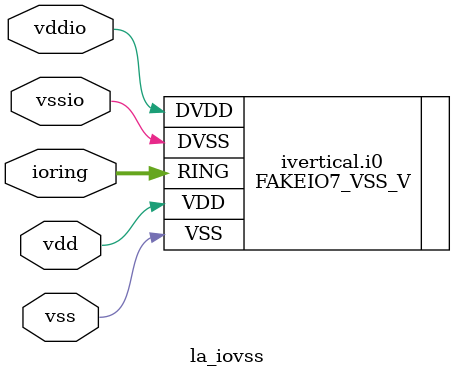
<source format=v>
/*****************************************************************************
 * Function: Core Ground IO Cell
 * Copyright: Lambda Project Authors. All rights Reserved.
 * License:  MIT (see LICENSE file in Lambda repository)
 *
 * Docs:
 *
 * ../README.md
 *
 ****************************************************************************/
module la_iovss #(
    parameter PROP  = "DEFAULT",  // cell property
    parameter SIDE  = "NO",       // "NO", "SO", "EA", "WE"
    parameter RINGW = 8           // width of io ring
) (
    inout             vdd,    // core supply
    inout             vss,    // core ground
    inout             vddio,  // io supply
    inout             vssio,  // io ground
    inout [RINGW-1:0] ioring  // generic ioring interface
);

  generate
    if (SIDE == "NO" | SIDE == "SO") begin : ivertical
      FAKEIO7_VSS_V i0 (
          .DVDD(vddio),
          .DVSS(vssio),
          .VDD (vdd),
          .VSS (vss),
          .RING(ioring)
      );
    end else begin : ihorizontal
      FAKEIO7_VSS_H i0 (
          .DVDD(vddio),
          .DVSS(vssio),
          .VDD (vdd),
          .VSS (vss),
          .RING(ioring)
      );
    end
  endgenerate

endmodule

</source>
